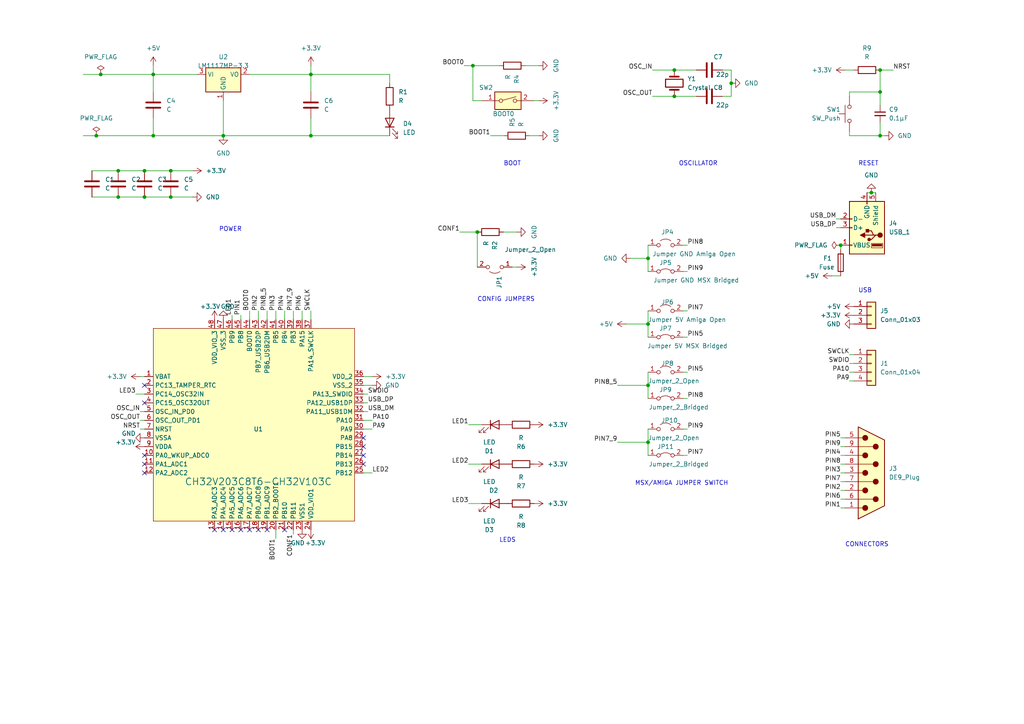
<source format=kicad_sch>
(kicad_sch (version 20230121) (generator eeschema)
  (paper "A4")
  (lib_symbols
    (symbol "CH32V203:CH32V203C8T6"
      (property "Reference" "U" (at 1.27 -1.27 0))
      (property "Value" "CH32V203C8T6" (at 29.21 26.67 0))
      (symbol "CH32V203C8T6_0_1"
        (rectangle (start 0 0) (end 58.42 55.88) (fill (type background)))
      )
      (symbol "CH32V203C8T6_1_1"
        (pin power_in line (at -2.54 41.91 0) (length 2.54) (name "VBAT") (number "1"))
        (pin bidirectional line (at -2.54 19.05 0) (length 2.54) (name "PA0_WKUP_ADC0") (number "10"))
        (pin bidirectional line (at -2.54 16.51 0) (length 2.54) (name "PA1_ADC1") (number "11"))
        (pin bidirectional line (at -2.54 13.97 0) (length 2.54) (name "PA2_ADC2") (number "12"))
        (pin bidirectional line (at 17.78 -2.54 90) (length 2.54) (name "PA3_ADC3") (number "13"))
        (pin bidirectional line (at 20.32 -2.54 90) (length 2.54) (name "PA4_ADC4") (number "14"))
        (pin bidirectional line (at 22.86 -2.54 90) (length 2.54) (name "PA5_ADC5") (number "15"))
        (pin bidirectional line (at 25.4 -2.54 90) (length 2.54) (name "PA6_ADC6") (number "16"))
        (pin bidirectional line (at 27.94 -2.54 90) (length 2.54) (name "PA7_ADC7") (number "17"))
        (pin bidirectional line (at 30.48 -2.54 90) (length 2.54) (name "PB0_ADC8") (number "18"))
        (pin bidirectional line (at 33.02 -2.54 90) (length 2.54) (name "PB1_ADC9") (number "19"))
        (pin bidirectional line (at -2.54 39.37 0) (length 2.54) (name "PC13_TAMPER_RTC") (number "2"))
        (pin bidirectional line (at 35.56 -2.54 90) (length 2.54) (name "PB2_BOOT1") (number "20"))
        (pin bidirectional line (at 38.1 -2.54 90) (length 2.54) (name "PB10") (number "21"))
        (pin bidirectional line (at 40.64 -2.54 90) (length 2.54) (name "PB11") (number "22"))
        (pin power_in line (at 43.18 -2.54 90) (length 2.54) (name "VSS1") (number "23"))
        (pin power_in line (at 45.72 -2.54 90) (length 2.54) (name "VDD_VIO1") (number "24"))
        (pin bidirectional line (at 60.96 13.97 180) (length 2.54) (name "PB12") (number "25"))
        (pin bidirectional line (at 60.96 16.51 180) (length 2.54) (name "PB13") (number "26"))
        (pin bidirectional line (at 60.96 19.05 180) (length 2.54) (name "PB14") (number "27"))
        (pin bidirectional line (at 60.96 21.59 180) (length 2.54) (name "PB15") (number "28"))
        (pin bidirectional line (at 60.96 24.13 180) (length 2.54) (name "PA8") (number "29"))
        (pin bidirectional line (at -2.54 36.83 0) (length 2.54) (name "PC14_OSC32IN") (number "3"))
        (pin bidirectional line (at 60.96 26.67 180) (length 2.54) (name "PA9") (number "30"))
        (pin bidirectional line (at 60.96 29.21 180) (length 2.54) (name "PA10") (number "31"))
        (pin bidirectional line (at 60.96 31.75 180) (length 2.54) (name "PA11_USB1DM") (number "32"))
        (pin bidirectional line (at 60.96 34.29 180) (length 2.54) (name "PA12_USB1DP") (number "33"))
        (pin bidirectional line (at 60.96 36.83 180) (length 2.54) (name "PA13_SWDIO") (number "34"))
        (pin power_in line (at 60.96 39.37 180) (length 2.54) (name "VSS_2") (number "35"))
        (pin power_in line (at 60.96 41.91 180) (length 2.54) (name "VDD_2") (number "36"))
        (pin bidirectional line (at 45.72 58.42 270) (length 2.54) (name "PA14_SWCLK") (number "37"))
        (pin bidirectional line (at 43.18 58.42 270) (length 2.54) (name "PA15") (number "38"))
        (pin bidirectional line (at 40.64 58.42 270) (length 2.54) (name "PB3") (number "39"))
        (pin bidirectional line (at -2.54 34.29 0) (length 2.54) (name "PC15_OSC32OUT") (number "4"))
        (pin bidirectional line (at 38.1 58.42 270) (length 2.54) (name "PB4") (number "40"))
        (pin bidirectional line (at 35.56 58.42 270) (length 2.54) (name "PB5") (number "41"))
        (pin bidirectional line (at 33.02 58.42 270) (length 2.54) (name "PB6_USB2DM") (number "42"))
        (pin bidirectional line (at 30.48 58.42 270) (length 2.54) (name "PB7_USB2DP") (number "43"))
        (pin bidirectional line (at 27.94 58.42 270) (length 2.54) (name "BOOT0") (number "44"))
        (pin bidirectional line (at 25.4 58.42 270) (length 2.54) (name "PB8") (number "45"))
        (pin bidirectional line (at 22.86 58.42 270) (length 2.54) (name "PB9") (number "46"))
        (pin power_in line (at 20.32 58.42 270) (length 2.54) (name "VSS_3") (number "47"))
        (pin power_in line (at 17.78 58.42 270) (length 2.54) (name "VDD_VIO_3") (number "48"))
        (pin bidirectional line (at -2.54 31.75 0) (length 2.54) (name "OSC_IN_PD0") (number "5"))
        (pin bidirectional line (at -2.54 29.21 0) (length 2.54) (name "OSC_OUT_PD1") (number "6"))
        (pin bidirectional line (at -2.54 26.67 0) (length 2.54) (name "NRST") (number "7"))
        (pin power_in line (at -2.54 24.13 0) (length 2.54) (name "VSSA") (number "8"))
        (pin power_in line (at -2.54 21.59 0) (length 2.54) (name "VDDA") (number "9"))
      )
    )
    (symbol "Connector:DE9_Plug" (pin_names (offset 1.016) hide)
      (property "Reference" "J" (at 0 13.97 0))
      (property "Value" "DE9_Plug" (at 0 -14.605 0))
      (symbol "DE9_Plug_0_1"
        (circle (center -1.778 -10.16) (radius 0.762) (fill (type outline)))
        (circle (center -1.778 -5.08) (radius 0.762) (fill (type outline)))
        (circle (center -1.778 0) (radius 0.762) (fill (type outline)))
        (circle (center -1.778 5.08) (radius 0.762) (fill (type outline)))
        (circle (center -1.778 10.16) (radius 0.762) (fill (type outline)))
        (polyline (pts (xy -3.81 -10.16) (xy -2.54 -10.16)))
        (polyline (pts (xy -3.81 -7.62) (xy 0.508 -7.62)))
        (polyline (pts (xy -3.81 -5.08) (xy -2.54 -5.08)))
        (polyline (pts (xy -3.81 -2.54) (xy 0.508 -2.54)))
        (polyline (pts (xy -3.81 0) (xy -2.54 0)))
        (polyline (pts (xy -3.81 2.54) (xy 0.508 2.54)))
        (polyline (pts (xy -3.81 5.08) (xy -2.54 5.08)))
        (polyline (pts (xy -3.81 7.62) (xy 0.508 7.62)))
        (polyline (pts (xy -3.81 10.16) (xy -2.54 10.16)))
        (polyline (pts (xy -3.81 -13.335) (xy -3.81 13.335) (xy 3.81 9.525) (xy 3.81 -9.525) (xy -3.81 -13.335)) (stroke (width 0.254)) (fill (type background)))
        (circle (center 1.27 -7.62) (radius 0.762) (fill (type outline)))
        (circle (center 1.27 -2.54) (radius 0.762) (fill (type outline)))
        (circle (center 1.27 2.54) (radius 0.762) (fill (type outline)))
        (circle (center 1.27 7.62) (radius 0.762) (fill (type outline)))
      )
      (symbol "DE9_Plug_1_1"
        (pin passive line (at -7.62 -10.16 0) (length 3.81) (name "1") (number "1"))
        (pin passive line (at -7.62 -5.08 0) (length 3.81) (name "2") (number "2"))
        (pin passive line (at -7.62 0 0) (length 3.81) (name "3") (number "3"))
        (pin passive line (at -7.62 5.08 0) (length 3.81) (name "4") (number "4"))
        (pin passive line (at -7.62 10.16 0) (length 3.81) (name "5") (number "5"))
        (pin passive line (at -7.62 -7.62 0) (length 3.81) (name "6") (number "6"))
        (pin passive line (at -7.62 -2.54 0) (length 3.81) (name "7") (number "7"))
        (pin passive line (at -7.62 2.54 0) (length 3.81) (name "8") (number "8"))
        (pin passive line (at -7.62 7.62 0) (length 3.81) (name "9") (number "9"))
      )
    )
    (symbol "Connector:USB_A" (pin_names (offset 1.016))
      (property "Reference" "J" (at -5.08 11.43 0))
      (property "Value" "USB_A" (at -5.08 8.89 0))
      (symbol "USB_A_0_1"
        (rectangle (start -5.08 -7.62) (end 5.08 7.62) (stroke (width 0.254)) (fill (type background)))
        (circle (center -3.81 2.159) (radius 0.635) (stroke (width 0.254)) (fill (type outline)))
        (rectangle (start -1.524 4.826) (end -4.318 5.334) (fill (type outline)))
        (rectangle (start -1.27 4.572) (end -4.572 5.842))
        (circle (center -0.635 3.429) (radius 0.381) (stroke (width 0.254)) (fill (type outline)))
        (rectangle (start -0.127 -7.62) (end 0.127 -6.858))
        (polyline (pts (xy -3.175 2.159) (xy -2.54 2.159) (xy -1.27 3.429) (xy -0.635 3.429)) (stroke (width 0.254)))
        (polyline (pts (xy -2.54 2.159) (xy -1.905 2.159) (xy -1.27 0.889) (xy 0 0.889)) (stroke (width 0.254)))
        (polyline (pts (xy 0.635 2.794) (xy 0.635 1.524) (xy 1.905 2.159) (xy 0.635 2.794)) (stroke (width 0.254)) (fill (type outline)))
        (rectangle (start 0.254 1.27) (end -0.508 0.508) (stroke (width 0.254)) (fill (type outline)))
        (rectangle (start 5.08 -2.667) (end 4.318 -2.413))
        (rectangle (start 5.08 -0.127) (end 4.318 0.127))
        (rectangle (start 5.08 4.953) (end 4.318 5.207))
      )
      (symbol "USB_A_1_1"
        (polyline (pts (xy -1.905 2.159) (xy 0.635 2.159)) (stroke (width 0.254)))
        (pin power_in line (at 7.62 5.08 180) (length 2.54) (name "VBUS") (number "1"))
        (pin bidirectional line (at 7.62 -2.54 180) (length 2.54) (name "D-") (number "2"))
        (pin bidirectional line (at 7.62 0 180) (length 2.54) (name "D+") (number "3"))
        (pin power_in line (at 0 -10.16 90) (length 2.54) (name "GND") (number "4"))
        (pin passive line (at -2.54 -10.16 90) (length 2.54) (name "Shield") (number "5"))
      )
    )
    (symbol "Connector_Generic:Conn_01x03" (pin_names (offset 1.016) hide)
      (property "Reference" "J" (at 0 5.08 0))
      (property "Value" "Conn_01x03" (at 0 -5.08 0))
      (symbol "Conn_01x03_1_1"
        (rectangle (start -1.27 -2.413) (end 0 -2.667) (stroke (width 0.1524)))
        (rectangle (start -1.27 0.127) (end 0 -0.127) (stroke (width 0.1524)))
        (rectangle (start -1.27 2.667) (end 0 2.413) (stroke (width 0.1524)))
        (rectangle (start -1.27 3.81) (end 1.27 -3.81) (stroke (width 0.254)) (fill (type background)))
        (pin passive line (at -5.08 2.54 0) (length 3.81) (name "Pin_1") (number "1"))
        (pin passive line (at -5.08 0 0) (length 3.81) (name "Pin_2") (number "2"))
        (pin passive line (at -5.08 -2.54 0) (length 3.81) (name "Pin_3") (number "3"))
      )
    )
    (symbol "Connector_Generic:Conn_01x04" (pin_names (offset 1.016) hide)
      (property "Reference" "J" (at 0 5.08 0))
      (property "Value" "Conn_01x04" (at 0 -7.62 0))
      (symbol "Conn_01x04_1_1"
        (rectangle (start -1.27 -4.953) (end 0 -5.207) (stroke (width 0.1524)))
        (rectangle (start -1.27 -2.413) (end 0 -2.667) (stroke (width 0.1524)))
        (rectangle (start -1.27 0.127) (end 0 -0.127) (stroke (width 0.1524)))
        (rectangle (start -1.27 2.667) (end 0 2.413) (stroke (width 0.1524)))
        (rectangle (start -1.27 3.81) (end 1.27 -6.35) (stroke (width 0.254)) (fill (type background)))
        (pin passive line (at -5.08 2.54 0) (length 3.81) (name "Pin_1") (number "1"))
        (pin passive line (at -5.08 0 0) (length 3.81) (name "Pin_2") (number "2"))
        (pin passive line (at -5.08 -2.54 0) (length 3.81) (name "Pin_3") (number "3"))
        (pin passive line (at -5.08 -5.08 0) (length 3.81) (name "Pin_4") (number "4"))
      )
    )
    (symbol "Device:C" (pin_numbers hide) (pin_names (offset 0.254))
      (property "Reference" "C" (at 0.635 2.54 0))
      (property "Value" "C" (at 0.635 -2.54 0))
      (symbol "C_0_1"
        (polyline (pts (xy -2.032 -0.762) (xy 2.032 -0.762)) (stroke (width 0.508)))
        (polyline (pts (xy -2.032 0.762) (xy 2.032 0.762)) (stroke (width 0.508)))
      )
      (symbol "C_1_1"
        (pin passive line (at 0 3.81 270) (length 2.794) (name "~") (number "1"))
        (pin passive line (at 0 -3.81 90) (length 2.794) (name "~") (number "2"))
      )
    )
    (symbol "Device:C_Small" (pin_numbers hide) (pin_names (offset 0.254) hide)
      (property "Reference" "C" (at 0.254 1.778 0))
      (property "Value" "C_Small" (at 0.254 -2.032 0))
      (symbol "C_Small_0_1"
        (polyline (pts (xy -1.524 -0.508) (xy 1.524 -0.508)) (stroke (width 0.3302)))
        (polyline (pts (xy -1.524 0.508) (xy 1.524 0.508)) (stroke (width 0.3048)))
      )
      (symbol "C_Small_1_1"
        (pin passive line (at 0 2.54 270) (length 2.032) (name "~") (number "1"))
        (pin passive line (at 0 -2.54 90) (length 2.032) (name "~") (number "2"))
      )
    )
    (symbol "Device:Crystal" (pin_numbers hide) (pin_names (offset 1.016) hide)
      (property "Reference" "Y" (at 0 3.81 0))
      (property "Value" "Crystal" (at 0 -3.81 0))
      (symbol "Crystal_0_1"
        (rectangle (start -1.143 2.54) (end 1.143 -2.54) (stroke (width 0.3048)))
        (polyline (pts (xy -2.54 0) (xy -1.905 0)))
        (polyline (pts (xy -1.905 -1.27) (xy -1.905 1.27)) (stroke (width 0.508)))
        (polyline (pts (xy 1.905 -1.27) (xy 1.905 1.27)) (stroke (width 0.508)))
        (polyline (pts (xy 2.54 0) (xy 1.905 0)))
      )
      (symbol "Crystal_1_1"
        (pin passive line (at -3.81 0 0) (length 1.27) (name "1") (number "1"))
        (pin passive line (at 3.81 0 180) (length 1.27) (name "2") (number "2"))
      )
    )
    (symbol "Device:Fuse" (pin_numbers hide) (pin_names (offset 0))
      (property "Reference" "F" (at 2.032 0 90))
      (property "Value" "Fuse" (at -1.905 0 90))
      (symbol "Fuse_0_1"
        (rectangle (start -0.762 -2.54) (end 0.762 2.54) (stroke (width 0.254)))
        (polyline (pts (xy 0 2.54) (xy 0 -2.54)))
      )
      (symbol "Fuse_1_1"
        (pin passive line (at 0 3.81 270) (length 1.27) (name "~") (number "1"))
        (pin passive line (at 0 -3.81 90) (length 1.27) (name "~") (number "2"))
      )
    )
    (symbol "Device:LED" (pin_numbers hide) (pin_names (offset 1.016) hide)
      (property "Reference" "D" (at 0 2.54 0))
      (property "Value" "LED" (at 0 -2.54 0))
      (symbol "LED_0_1"
        (polyline (pts (xy -1.27 -1.27) (xy -1.27 1.27)) (stroke (width 0.254)))
        (polyline (pts (xy -1.27 0) (xy 1.27 0)))
        (polyline (pts (xy 1.27 -1.27) (xy 1.27 1.27) (xy -1.27 0) (xy 1.27 -1.27)) (stroke (width 0.254)))
        (polyline (pts (xy -3.048 -0.762) (xy -4.572 -2.286) (xy -3.81 -2.286) (xy -4.572 -2.286) (xy -4.572 -1.524)))
        (polyline (pts (xy -1.778 -0.762) (xy -3.302 -2.286) (xy -2.54 -2.286) (xy -3.302 -2.286) (xy -3.302 -1.524)))
      )
      (symbol "LED_1_1"
        (pin passive line (at -3.81 0 0) (length 2.54) (name "K") (number "1"))
        (pin passive line (at 3.81 0 180) (length 2.54) (name "A") (number "2"))
      )
    )
    (symbol "Device:R" (pin_numbers hide) (pin_names (offset 0))
      (property "Reference" "R" (at 2.032 0 90))
      (property "Value" "R" (at 0 0 90))
      (symbol "R_0_1"
        (rectangle (start -1.016 -2.54) (end 1.016 2.54) (stroke (width 0.254)))
      )
      (symbol "R_1_1"
        (pin passive line (at 0 3.81 270) (length 1.27) (name "~") (number "1"))
        (pin passive line (at 0 -3.81 90) (length 1.27) (name "~") (number "2"))
      )
    )
    (symbol "Jumper:Jumper_2_Bridged" (pin_names (offset 0) hide)
      (property "Reference" "JP" (at 0 1.905 0))
      (property "Value" "Jumper_2_Bridged" (at 0 -2.54 0))
      (symbol "Jumper_2_Bridged_0_0"
        (circle (center -2.032 0) (radius 0.508))
        (circle (center 2.032 0) (radius 0.508))
      )
      (symbol "Jumper_2_Bridged_0_1"
        (arc (start 1.524 0.254) (mid 0 0.762) (end -1.524 0.254))
      )
      (symbol "Jumper_2_Bridged_1_1"
        (pin passive line (at -5.08 0 0) (length 2.54) (name "A") (number "1"))
        (pin passive line (at 5.08 0 180) (length 2.54) (name "B") (number "2"))
      )
    )
    (symbol "Jumper:Jumper_2_Open" (pin_names (offset 0) hide)
      (property "Reference" "JP" (at 0 2.794 0))
      (property "Value" "Jumper_2_Open" (at 0 -2.286 0))
      (symbol "Jumper_2_Open_0_0"
        (circle (center -2.032 0) (radius 0.508))
        (circle (center 2.032 0) (radius 0.508))
      )
      (symbol "Jumper_2_Open_0_1"
        (arc (start 1.524 1.27) (mid 0 1.778) (end -1.524 1.27))
      )
      (symbol "Jumper_2_Open_1_1"
        (pin passive line (at -5.08 0 0) (length 2.54) (name "A") (number "1"))
        (pin passive line (at 5.08 0 180) (length 2.54) (name "B") (number "2"))
      )
    )
    (symbol "Regulator_Linear:LM1117MP-3.3"
      (property "Reference" "U" (at -3.81 3.175 0))
      (property "Value" "LM1117MP-3.3" (at 0 3.175 0))
      (symbol "LM1117MP-3.3_0_1"
        (rectangle (start -5.08 -5.08) (end 5.08 1.905) (stroke (width 0.254)) (fill (type background)))
      )
      (symbol "LM1117MP-3.3_1_1"
        (pin power_in line (at 0 -7.62 90) (length 2.54) (name "GND") (number "1"))
        (pin power_out line (at 7.62 0 180) (length 2.54) (name "VO") (number "2"))
        (pin power_in line (at -7.62 0 0) (length 2.54) (name "VI") (number "3"))
      )
    )
    (symbol "Switch:SW_DIP_x01" (pin_names (offset 0) hide)
      (property "Reference" "SW" (at 0 3.81 0))
      (property "Value" "SW_DIP_x01" (at 0 -3.81 0))
      (symbol "SW_DIP_x01_0_0"
        (circle (center -2.032 0) (radius 0.508))
        (polyline (pts (xy -1.524 0.127) (xy 2.3622 1.1684)))
        (circle (center 2.032 0) (radius 0.508))
      )
      (symbol "SW_DIP_x01_0_1"
        (rectangle (start -3.81 2.54) (end 3.81 -2.54) (stroke (width 0.254)) (fill (type background)))
      )
      (symbol "SW_DIP_x01_1_1"
        (pin passive line (at -7.62 0 0) (length 5.08) (name "~") (number "1"))
        (pin passive line (at 7.62 0 180) (length 5.08) (name "~") (number "2"))
      )
    )
    (symbol "Switch:SW_Push" (pin_numbers hide) (pin_names (offset 1.016) hide)
      (property "Reference" "SW" (at 1.27 2.54 0))
      (property "Value" "SW_Push" (at 0 -1.524 0))
      (symbol "SW_Push_0_1"
        (circle (center -2.032 0) (radius 0.508))
        (polyline (pts (xy 0 1.27) (xy 0 3.048)))
        (polyline (pts (xy 2.54 1.27) (xy -2.54 1.27)))
        (circle (center 2.032 0) (radius 0.508))
        (pin passive line (at -5.08 0 0) (length 2.54) (name "1") (number "1"))
        (pin passive line (at 5.08 0 180) (length 2.54) (name "2") (number "2"))
      )
    )
    (symbol "power:+3.3V" (power) (pin_names (offset 0))
      (property "Value" "+3.3V" (at 0 3.556 0))
      (symbol "+3.3V_0_1"
        (polyline (pts (xy -0.762 1.27) (xy 0 2.54)))
        (polyline (pts (xy 0 0) (xy 0 2.54)))
        (polyline (pts (xy 0 2.54) (xy 0.762 1.27)))
      )
      (symbol "+3.3V_1_1"
        (pin power_in line (at 0 0 90) (length 0) hide (name "+3.3V") (number "1"))
      )
    )
    (symbol "power:+5V" (power) (pin_names (offset 0))
      (property "Value" "+5V" (at 0 3.556 0))
      (symbol "+5V_0_1"
        (polyline (pts (xy -0.762 1.27) (xy 0 2.54)))
        (polyline (pts (xy 0 0) (xy 0 2.54)))
        (polyline (pts (xy 0 2.54) (xy 0.762 1.27)))
      )
      (symbol "+5V_1_1"
        (pin power_in line (at 0 0 90) (length 0) hide (name "+5V") (number "1"))
      )
    )
    (symbol "power:GND" (power) (pin_names (offset 0))
      (property "Value" "GND" (at 0 -3.81 0))
      (symbol "GND_0_1"
        (polyline (pts (xy 0 0) (xy 0 -1.27) (xy 1.27 -1.27) (xy 0 -2.54) (xy -1.27 -1.27) (xy 0 -1.27)))
      )
      (symbol "GND_1_1"
        (pin power_in line (at 0 0 270) (length 0) hide (name "GND") (number "1"))
      )
    )
    (symbol "power:PWR_FLAG" (power) (pin_numbers hide) (pin_names (offset 0) hide)
      (property "Value" "PWR_FLAG" (at 0 3.81 0))
      (symbol "PWR_FLAG_0_0"
        (pin power_out line (at 0 0 90) (length 0) (name "pwr") (number "1"))
      )
      (symbol "PWR_FLAG_0_1"
        (polyline (pts (xy 0 0) (xy 0 1.27) (xy -1.016 1.905) (xy 0 2.54) (xy 1.016 1.905) (xy 0 1.27)))
      )
    )
  )
  (junction (at 44.45 21.59))
  (junction (at 187.96 74.93))
  (junction (at 90.17 21.59))
  (junction (at 90.17 39.37))
  (junction (at 138.43 67.31))
  (junction (at 243.84 71.12))
  (junction (at 49.53 57.15))
  (junction (at 195.58 20.32))
  (junction (at 41.91 49.53))
  (junction (at 137.16 19.05))
  (junction (at 255.27 39.37))
  (junction (at 255.27 26.67))
  (junction (at 255.27 20.32))
  (junction (at 187.96 128.27))
  (junction (at 212.09 24.13))
  (junction (at 34.29 57.15))
  (junction (at 195.58 27.94))
  (junction (at 187.96 111.76))
  (junction (at 44.45 39.37))
  (junction (at 64.77 39.37))
  (junction (at 29.21 21.59))
  (junction (at 49.53 49.53))
  (junction (at 41.91 57.15))
  (junction (at 252.73 55.88))
  (junction (at 27.94 39.37))
  (junction (at 187.96 93.98))
  (junction (at 34.29 49.53))
  (no_connect (at 105.41 127))
  (no_connect (at 105.41 129.54))
  (no_connect (at 41.91 111.76))
  (no_connect (at 62.23 153.67))
  (no_connect (at 41.91 116.84))
  (no_connect (at 105.41 134.62))
  (no_connect (at 72.39 153.67))
  (no_connect (at 41.91 134.62))
  (no_connect (at 41.91 132.08))
  (no_connect (at 82.55 153.67))
  (no_connect (at 77.47 153.67))
  (no_connect (at 74.93 153.67))
  (no_connect (at 69.85 153.67))
  (no_connect (at 67.31 153.67))
  (no_connect (at 41.91 137.16))
  (no_connect (at 64.77 153.67))
  (no_connect (at 105.41 132.08))
  (wire (pts (xy 243.84 147.32) (xy 245.11 147.32)))
  (wire (pts (xy 246.38 107.95) (xy 247.65 107.95)))
  (wire (pts (xy 246.38 102.87) (xy 247.65 102.87)))
  (wire (pts (xy 87.63 90.17) (xy 87.63 92.71)))
  (wire (pts (xy 44.45 39.37) (xy 27.94 39.37)) (stroke (width 0.1524)))
  (wire (pts (xy 49.53 57.15) (xy 55.88 57.15)))
  (wire (pts (xy 254 55.88) (xy 252.73 55.88)))
  (wire (pts (xy 67.31 91.44) (xy 67.31 92.71)))
  (wire (pts (xy 40.64 121.92) (xy 41.91 121.92)))
  (wire (pts (xy 26.67 49.53) (xy 34.29 49.53)))
  (wire (pts (xy 41.91 49.53) (xy 49.53 49.53)))
  (wire (pts (xy 113.03 21.59) (xy 113.03 24.13)) (stroke (width 0.1524)))
  (wire (pts (xy 243.84 127) (xy 245.11 127)))
  (wire (pts (xy 40.64 109.22) (xy 41.91 109.22)))
  (wire (pts (xy 77.47 90.17) (xy 77.47 92.71)))
  (wire (pts (xy 149.86 67.31) (xy 146.05 67.31)))
  (wire (pts (xy 199.39 20.32) (xy 201.93 20.32)) (stroke (width 0.1524)))
  (wire (pts (xy 195.58 27.94) (xy 201.93 27.94)) (stroke (width 0.1524)))
  (wire (pts (xy 90.17 39.37) (xy 113.03 39.37)) (stroke (width 0.1524)))
  (wire (pts (xy 41.91 57.15) (xy 49.53 57.15)))
  (wire (pts (xy 198.12 97.79) (xy 199.39 97.79)))
  (wire (pts (xy 246.38 26.67) (xy 255.27 26.67)))
  (wire (pts (xy 212.09 20.32) (xy 212.09 24.13)) (stroke (width 0.1524)))
  (wire (pts (xy 212.09 24.13) (xy 212.09 27.94)) (stroke (width 0.1524)))
  (wire (pts (xy 41.91 119.38) (xy 40.64 119.38)))
  (wire (pts (xy 90.17 19.05) (xy 90.17 21.59)))
  (wire (pts (xy 242.57 66.04) (xy 243.84 66.04)))
  (wire (pts (xy 187.96 124.46) (xy 187.96 128.27)))
  (wire (pts (xy 255.27 20.32) (xy 259.08 20.32)))
  (wire (pts (xy 40.64 124.46) (xy 41.91 124.46)))
  (wire (pts (xy 187.96 111.76) (xy 187.96 115.57)))
  (wire (pts (xy 187.96 74.93) (xy 187.96 78.74)))
  (wire (pts (xy 198.12 90.17) (xy 199.39 90.17)))
  (wire (pts (xy 105.41 137.16) (xy 107.95 137.16)))
  (wire (pts (xy 187.96 128.27) (xy 187.96 132.08)))
  (wire (pts (xy 64.77 39.37) (xy 44.45 39.37)) (stroke (width 0.1524)))
  (wire (pts (xy 255.27 26.67) (xy 255.27 30.48)))
  (wire (pts (xy 198.12 115.57) (xy 199.39 115.57)))
  (wire (pts (xy 105.41 116.84) (xy 106.68 116.84)))
  (wire (pts (xy 187.96 90.17) (xy 187.96 93.98)))
  (wire (pts (xy 105.41 111.76) (xy 107.95 111.76)))
  (wire (pts (xy 209.55 20.32) (xy 212.09 20.32)) (stroke (width 0.1524)))
  (wire (pts (xy 135.89 146.05) (xy 139.7 146.05)))
  (wire (pts (xy 26.67 57.15) (xy 34.29 57.15)))
  (wire (pts (xy 80.01 153.67) (xy 80.01 156.21)))
  (wire (pts (xy 156.21 19.05) (xy 152.4 19.05)))
  (wire (pts (xy 187.96 71.12) (xy 187.96 74.93)))
  (wire (pts (xy 242.57 63.5) (xy 243.84 63.5)))
  (wire (pts (xy 212.09 27.94) (xy 209.55 27.94)) (stroke (width 0.1524)))
  (wire (pts (xy 195.58 20.32) (xy 199.39 20.32)))
  (wire (pts (xy 80.01 90.17) (xy 80.01 92.71)))
  (wire (pts (xy 72.39 90.17) (xy 72.39 92.71)))
  (wire (pts (xy 243.84 142.24) (xy 245.11 142.24)))
  (wire (pts (xy 138.43 67.31) (xy 138.43 77.47)))
  (wire (pts (xy 135.89 123.19) (xy 139.7 123.19)))
  (wire (pts (xy 137.16 29.21) (xy 139.7 29.21)))
  (wire (pts (xy 85.09 90.17) (xy 85.09 92.71)))
  (wire (pts (xy 44.45 21.59) (xy 29.21 21.59)) (stroke (width 0.1524)))
  (wire (pts (xy 137.16 19.05) (xy 144.78 19.05)))
  (wire (pts (xy 198.12 107.95) (xy 199.39 107.95)))
  (wire (pts (xy 105.41 121.92) (xy 107.95 121.92)))
  (wire (pts (xy 153.67 39.37) (xy 156.21 39.37)))
  (wire (pts (xy 135.89 134.62) (xy 139.7 134.62)))
  (wire (pts (xy 105.41 109.22) (xy 107.95 109.22)))
  (wire (pts (xy 179.07 111.76) (xy 187.96 111.76)))
  (wire (pts (xy 187.96 93.98) (xy 187.96 97.79)))
  (wire (pts (xy 64.77 39.37) (xy 64.77 29.21)) (stroke (width 0.1524)))
  (wire (pts (xy 243.84 80.01) (xy 241.3 80.01)))
  (wire (pts (xy 44.45 19.05) (xy 44.45 21.59)))
  (wire (pts (xy 181.61 93.98) (xy 187.96 93.98)))
  (wire (pts (xy 69.85 91.44) (xy 69.85 92.71)))
  (wire (pts (xy 72.39 21.59) (xy 90.17 21.59)))
  (wire (pts (xy 44.45 21.59) (xy 44.45 26.67)) (stroke (width 0.1524)))
  (wire (pts (xy 198.12 71.12) (xy 199.39 71.12)))
  (wire (pts (xy 245.11 20.32) (xy 247.65 20.32)))
  (wire (pts (xy 243.84 144.78) (xy 245.11 144.78)))
  (wire (pts (xy 179.07 128.27) (xy 187.96 128.27)))
  (wire (pts (xy 156.21 29.21) (xy 154.94 29.21)))
  (wire (pts (xy 246.38 105.41) (xy 247.65 105.41)))
  (wire (pts (xy 49.53 49.53) (xy 55.88 49.53)))
  (wire (pts (xy 246.38 110.49) (xy 247.65 110.49)))
  (wire (pts (xy 44.45 34.29) (xy 44.45 39.37)) (stroke (width 0.1524)))
  (wire (pts (xy 105.41 124.46) (xy 107.95 124.46)))
  (wire (pts (xy 149.86 77.47) (xy 148.59 77.47)))
  (wire (pts (xy 187.96 107.95) (xy 187.96 111.76)))
  (wire (pts (xy 243.84 132.08) (xy 245.11 132.08)))
  (wire (pts (xy 255.27 20.32) (xy 255.27 26.67)))
  (wire (pts (xy 90.17 21.59) (xy 90.17 26.67)) (stroke (width 0.1524)))
  (wire (pts (xy 85.09 153.67) (xy 85.09 154.94)))
  (wire (pts (xy 243.84 137.16) (xy 245.11 137.16)))
  (wire (pts (xy 90.17 34.29) (xy 90.17 39.37)) (stroke (width 0.1524)))
  (wire (pts (xy 243.84 72.39) (xy 243.84 71.12)))
  (wire (pts (xy 105.41 114.3) (xy 106.68 114.3)))
  (wire (pts (xy 198.12 132.08) (xy 199.39 132.08)))
  (wire (pts (xy 142.24 39.37) (xy 146.05 39.37)))
  (wire (pts (xy 252.73 55.88) (xy 251.46 55.88)))
  (wire (pts (xy 39.37 114.3) (xy 41.91 114.3)))
  (wire (pts (xy 34.29 49.53) (xy 41.91 49.53)))
  (wire (pts (xy 243.84 139.7) (xy 245.11 139.7)))
  (wire (pts (xy 34.29 57.15) (xy 41.91 57.15)))
  (wire (pts (xy 137.16 19.05) (xy 137.16 29.21)))
  (wire (pts (xy 189.23 20.32) (xy 195.58 20.32)))
  (wire (pts (xy 198.12 78.74) (xy 199.39 78.74)))
  (wire (pts (xy 189.23 27.94) (xy 195.58 27.94)) (stroke (width 0.1524)))
  (wire (pts (xy 243.84 129.54) (xy 245.11 129.54)))
  (wire (pts (xy 29.21 21.59) (xy 24.13 21.59)) (stroke (width 0.1524)))
  (wire (pts (xy 182.88 74.93) (xy 187.96 74.93)))
  (wire (pts (xy 255.27 35.56) (xy 255.27 39.37)))
  (wire (pts (xy 246.38 38.1) (xy 246.38 39.37)))
  (wire (pts (xy 105.41 119.38) (xy 106.68 119.38)))
  (wire (pts (xy 90.17 21.59) (xy 113.03 21.59)) (stroke (width 0.1524)))
  (wire (pts (xy 246.38 39.37) (xy 255.27 39.37)))
  (wire (pts (xy 256.54 39.37) (xy 255.27 39.37)))
  (wire (pts (xy 57.15 21.59) (xy 44.45 21.59)) (stroke (width 0.1524)))
  (wire (pts (xy 74.93 90.17) (xy 74.93 92.71)))
  (wire (pts (xy 82.55 90.17) (xy 82.55 92.71)))
  (wire (pts (xy 90.17 90.17) (xy 90.17 92.71)))
  (wire (pts (xy 134.62 19.05) (xy 137.16 19.05)))
  (wire (pts (xy 64.77 39.37) (xy 90.17 39.37)) (stroke (width 0.1524)))
  (wire (pts (xy 27.94 39.37) (xy 24.13 39.37)) (stroke (width 0.1524)))
  (wire (pts (xy 133.35 67.31) (xy 138.43 67.31)))
  (wire (pts (xy 246.38 27.94) (xy 246.38 26.67)))
  (wire (pts (xy 243.84 134.62) (xy 245.11 134.62)))
  (wire (pts (xy 198.12 124.46) (xy 199.39 124.46)))
  (text "CONNECTORS\n" (at 245.11 158.75 0) (effects (font (size 1.27 1.27)) (justify left bottom)))
  (text "CONFIG JUMPERS\n" (at 138.43 87.63 0) (effects (font (size 1.27 1.27)) (justify left bottom)))
  (text "OSCILLATOR\n" (at 196.85 48.26 0) (effects (font (size 1.27 1.27)) (justify left bottom)))
  (text "LEDS\n" (at 144.78 157.48 0) (effects (font (size 1.27 1.27)) (justify left bottom)))
  (text "MSX/AMIGA JUMPER SWITCH\n" (at 184.15 140.97 0) (effects (font (size 1.27 1.27)) (justify left bottom)))
  (text "USB\n" (at 248.92 85.09 0) (effects (font (size 1.27 1.27)) (justify left bottom)))
  (text "BOOT\n" (at 146.05 48.26 0) (effects (font (size 1.27 1.27)) (justify left bottom)))
  (text "POWER\n" (at 63.5 67.31 0) (effects (font (size 1.27 1.27)) (justify left bottom)))
  (text "RESET" (at 248.92 48.26 0) (effects (font (size 1.27 1.27)) (justify left bottom)))
  (label "PIN9" (at 199.39 124.46 0))
  (label "PIN8" (at 199.39 71.12 0))
  (label "LED3" (at 135.89 146.05 180))
  (label "PIN7" (at 199.39 132.08 0))
  (label "LED1" (at 135.89 123.19 180))
  (label "BOOT0" (at 134.62 19.05 180))
  (label "PIN8_5" (at 77.47 90.17 90))
  (label "PIN1" (at 69.85 91.44 90))
  (label "PIN2" (at 243.84 142.24 180))
  (label "PA10" (at 107.95 121.92 0))
  (label "PIN7" (at 243.84 139.7 180))
  (label "PIN1" (at 243.84 147.32 180))
  (label "OSC_OUT" (at 40.64 121.92 180))
  (label "USB_DM" (at 242.57 63.5 180))
  (label "PIN2" (at 74.93 90.17 90))
  (label "PIN7_9" (at 179.07 128.27 180))
  (label "PIN4" (at 82.55 90.17 90))
  (label "LED2" (at 107.95 137.16 0))
  (label "BOOT1" (at 142.24 39.37 180))
  (label "USB_DP" (at 242.57 66.04 180))
  (label "SWCLK" (at 90.17 90.17 90))
  (label "PIN8" (at 199.39 115.57 0))
  (label "PIN8_5" (at 179.07 111.76 180))
  (label "PA10" (at 246.38 107.95 180))
  (label "PIN5" (at 199.39 107.95 0))
  (label "PA9" (at 246.38 110.49 180))
  (label "SWDIO" (at 106.68 114.3 0))
  (label "OSC_IN" (at 189.23 20.32 180))
  (label "PIN3" (at 243.84 137.16 180))
  (label "OSC_OUT" (at 189.23 27.94 180))
  (label "LED2" (at 135.89 134.62 180))
  (label "LED1" (at 67.31 91.44 90))
  (label "PIN8" (at 243.84 134.62 180))
  (label "PIN9" (at 199.39 78.74 0))
  (label "PIN7" (at 199.39 90.17 0))
  (label "LED3" (at 39.37 114.3 180))
  (label "SWCLK" (at 246.38 102.87 180))
  (label "PIN9" (at 243.84 129.54 180))
  (label "CONF1" (at 85.09 154.94 270))
  (label "USB_DM" (at 106.68 119.38 0))
  (label "NRST" (at 259.08 20.32 0))
  (label "PIN6" (at 87.63 90.17 90))
  (label "OSC_IN" (at 40.64 119.38 180))
  (label "PIN3" (at 80.01 90.17 90))
  (label "USB_DP" (at 106.68 116.84 0))
  (label "BOOT1" (at 80.01 156.21 270))
  (label "SWDIO" (at 246.38 105.41 180))
  (label "PIN6" (at 243.84 144.78 180))
  (label "PIN5" (at 199.39 97.79 0))
  (label "PIN4" (at 243.84 132.08 180))
  (label "PIN5" (at 243.84 127 180))
  (label "PA9" (at 107.95 124.46 0))
  (label "BOOT0" (at 72.39 90.17 90))
  (label "PIN7_9" (at 85.09 90.17 90))
  (label "CONF1" (at 133.35 67.31 180))
  (label "NRST" (at 40.64 124.46 180))
  (symbol (lib_id "Device:C") (at 41.91 53.34 0) (unit 1)
    (property "Reference" "C3" (at 45.72 52.07 0) (effects (justify left)))
    (property "Value" "C" (at 45.72 54.61 0) (effects (justify left)))
    (property "Footprint" "Capacitor_SMD:C_0805_2012Metric_Pad1.18x1.45mm_HandSolder" (effects hide))
  )
  (symbol (lib_id "power:GND") (at 182.88 74.93 270) (unit 1)
    (property "Reference" "#PWR022" (effects hide))
    (property "Value" "GND" (at 179.07 74.93 90) (effects (justify right)))
  )
  (symbol (lib_id "power:+5V") (at 241.3 80.01 90) (unit 1)
    (property "Reference" "#PWR014" (effects hide))
    (property "Value" "+5V" (at 237.49 80.01 90) (effects (justify left)))
  )
  (symbol (lib_id "Device:LED") (at 143.51 134.62 0) (unit 1)
    (property "Reference" "D2" (at 143.1925 142.24 0))
    (property "Value" "LED" (at 141.9225 139.7 0))
    (property "Footprint" "LED_SMD:LED_0805_2012Metric_Pad1.15x1.40mm_HandSolder" (effects hide))
  )
  (symbol (lib_id "power:GND") (at 212.09 24.13 90) (unit 1)
    (property "Reference" "#PWR031" (effects hide))
    (property "Value" "GND" (at 215.9 24.13 90) (effects (justify right)))
  )
  (symbol (lib_id "Device:C") (at 205.74 27.94 90) (unit 1)
    (property "Reference" "C8" (at 208.28 25.4 90))
    (property "Value" "22p" (at 209.55 30.48 90))
    (property "Footprint" "Capacitor_SMD:C_0805_2012Metric_Pad1.18x1.45mm_HandSolder" (effects hide))
  )
  (symbol (lib_id "power:+5V") (at 181.61 93.98 90) (unit 1)
    (property "Reference" "#PWR023" (effects hide))
    (property "Value" "+5V" (at 177.8 93.98 90) (effects (justify left)))
  )
  (symbol (lib_id "power:+3.3V") (at 245.11 20.32 90) (unit 1)
    (property "Reference" "#PWR012" (effects hide))
    (property "Value" "+3.3V" (at 241.3 20.32 90) (effects (justify left)))
  )
  (symbol (lib_id "Jumper:Jumper_2_Open") (at 193.04 124.46 0) (unit 1)
    (property "Reference" "JP10" (at 191.77 121.92 0) (effects (justify left)))
    (property "Value" "Jumper_2_Open" (at 187.96 127 0) (effects (justify left)))
    (property "Footprint" "Jumper:SolderJumper-2_P1.3mm_Open_RoundedPad1.0x1.5mm" (effects hide))
  )
  (symbol (lib_id "power:GND") (at 64.77 92.71 180) (unit 1)
    (property "Reference" "#PWR010" (effects hide))
    (property "Value" "GND" (at 66.04 88.9 0))
  )
  (symbol (lib_id "power:+3.3V") (at 55.88 49.53 270) (unit 1)
    (property "Reference" "#PWR05" (effects hide))
    (property "Value" "+3.3V" (at 59.69 49.53 90) (effects (justify left)))
  )
  (symbol (lib_id "power:+5V") (at 247.65 88.9 90) (unit 1)
    (property "Reference" "#PWR033" (effects hide))
    (property "Value" "+5V" (at 243.84 88.9 90) (effects (justify left)))
  )
  (symbol (lib_id "power:+3.3V") (at 149.86 77.47 270) (unit 1)
    (property "Reference" "#PWR029" (effects hide))
    (property "Value" "+3.3V" (at 154.94 77.47 0))
  )
  (symbol (lib_id "Jumper:Jumper_2_Bridged") (at 193.04 115.57 0) (unit 1)
    (property "Reference" "JP9" (at 193.04 113.03 0))
    (property "Value" "Jumper_2_Bridged" (at 196.85 118.11 0))
    (property "Footprint" "Jumper:SolderJumper-2_P1.3mm_Bridged_RoundedPad1.0x1.5mm" (effects hide))
  )
  (symbol (lib_id "power:GND") (at 247.65 93.98 270) (unit 1)
    (property "Reference" "#PWR034" (effects hide))
    (property "Value" "GND" (at 243.84 93.98 90) (effects (justify right)))
  )
  (symbol (lib_id "Connector_Generic:Conn_01x04") (at 252.73 105.41 0) (unit 1)
    (property "Reference" "J1" (at 255.27 105.41 0) (effects (justify left)))
    (property "Value" "Conn_01x04" (at 255.27 107.95 0) (effects (justify left)))
    (property "Footprint" "Connector_PinHeader_2.54mm:PinHeader_1x04_P2.54mm_Vertical" (effects hide))
  )
  (symbol (lib_id "Jumper:Jumper_2_Open") (at 193.04 71.12 0) (unit 1)
    (property "Reference" "JP4" (at 191.77 67.31 0) (effects (justify left)))
    (property "Value" "Jumper GND Amiga Open" (at 189.23 73.66 0) (effects (justify left)))
    (property "Footprint" "Jumper:SolderJumper-2_P1.3mm_Open_RoundedPad1.0x1.5mm" (effects hide))
  )
  (symbol (lib_id "Device:Fuse") (at 243.84 76.2 0) (unit 1)
    (property "Reference" "F1" (at 238.76 74.93 0) (effects (justify left)))
    (property "Value" "Fuse" (at 237.49 77.47 0) (effects (justify left)))
    (property "Footprint" "Fuse:Fuse_1206_3216Metric_Pad1.42x1.75mm_HandSolder" (effects hide))
  )
  (symbol (lib_id "power:+3.3V") (at 41.91 129.54 90) (unit 1)
    (property "Reference" "#PWR018" (effects hide))
    (property "Value" "+3.3V" (at 39.37 128.27 90) (effects (justify left)))
  )
  (symbol (lib_id "Device:R") (at 142.24 67.31 270) (unit 1)
    (property "Reference" "R2" (at 143.51 69.85 0) (effects (justify left)))
    (property "Value" "R" (at 140.97 69.85 0) (effects (justify left)))
    (property "Footprint" "Resistor_SMD:R_0805_2012Metric_Pad1.20x1.40mm_HandSolder" (effects hide))
  )
  (symbol (lib_id "Device:C_Small") (at 255.27 33.02 0) (unit 1)
    (property "Reference" "C9" (at 257.81 31.75 0) (effects (justify left)))
    (property "Value" "0.1μF" (at 257.81 34.29 0) (effects (justify left)))
    (property "Footprint" "Capacitor_SMD:C_0603_1608Metric" (effects hide))
    (property "LCSC" "C14663" (effects hide))
  )
  (symbol (lib_id "power:+3.3V") (at 90.17 19.05 0) (unit 1)
    (property "Reference" "#PWR04" (effects hide))
    (property "Value" "+3.3V" (at 90.17 13.97 0))
  )
  (symbol (lib_id "Regulator_Linear:LM1117MP-3.3") (at 64.77 21.59 0) (unit 1)
    (property "Reference" "U2" (at 64.77 16.51 0))
    (property "Value" "LM1117MP-3.3" (at 64.77 19.05 0))
    (property "Footprint" "Package_TO_SOT_SMD:SOT-223-3_TabPin2" (effects hide))
    (property "Datasheet" "http://www.ti.com/lit/ds/symlink/lm1117.pdf" (effects hide))
  )
  (symbol (lib_id "CH32V203:CH32V203C8T6") (at 44.45 151.13 0) (unit 1)
    (property "Reference" "U1" (at 74.93 124.46 0))
    (property "Value" "CH32V203C8T6-CH32V103C" (at 74.93 139.7 0) (effects (font (size 2 2))))
    (property "Footprint" "CH32V203:CH32V203C8T6_LQFP-48_7x7mm_P0.5mm" (effects hide))
  )
  (symbol (lib_id "Device:C") (at 90.17 30.48 0) (unit 1)
    (property "Reference" "C6" (at 93.98 29.21 0) (effects (justify left)))
    (property "Value" "C" (at 93.98 31.75 0) (effects (justify left)))
    (property "Footprint" "Capacitor_SMD:C_0805_2012Metric_Pad1.18x1.45mm_HandSolder" (effects hide))
  )
  (symbol (lib_id "power:+3.3V") (at 154.94 134.62 270) (unit 1)
    (property "Reference" "#PWR025" (effects hide))
    (property "Value" "+3.3V" (at 158.75 134.62 90) (effects (justify left)))
  )
  (symbol (lib_id "power:+5V") (at 44.45 19.05 0) (unit 1)
    (property "Reference" "#PWR03" (effects hide))
    (property "Value" "+5V" (at 44.45 13.97 0))
  )
  (symbol (lib_id "Device:LED") (at 143.51 123.19 0) (unit 1)
    (property "Reference" "D1" (at 141.9225 130.81 0))
    (property "Value" "LED" (at 141.9225 128.27 0))
    (property "Footprint" "LED_SMD:LED_0805_2012Metric_Pad1.15x1.40mm_HandSolder" (effects hide))
  )
  (symbol (lib_id "power:GND") (at 149.86 67.31 90) (unit 1)
    (property "Reference" "#PWR028" (effects hide))
    (property "Value" "GND" (at 154.94 67.31 0))
  )
  (symbol (lib_id "power:+3.3V") (at 90.17 153.67 180) (unit 1)
    (property "Reference" "#PWR01" (effects hide))
    (property "Value" "+3.3V" (at 91.44 157.48 0))
  )
  (symbol (lib_id "Device:C") (at 44.45 30.48 0) (unit 1)
    (property "Reference" "C4" (at 48.26 29.21 0) (effects (justify left)))
    (property "Value" "C" (at 48.26 31.75 0) (effects (justify left)))
    (property "Footprint" "Capacitor_SMD:C_0805_2012Metric_Pad1.18x1.45mm_HandSolder" (effects hide))
  )
  (symbol (lib_id "Device:C") (at 49.53 53.34 0) (unit 1)
    (property "Reference" "C5" (at 53.34 52.07 0) (effects (justify left)))
    (property "Value" "C" (at 53.34 54.61 0) (effects (justify left)))
    (property "Footprint" "Capacitor_SMD:C_0805_2012Metric_Pad1.18x1.45mm_HandSolder" (effects hide))
  )
  (symbol (lib_id "Device:R") (at 151.13 123.19 270) (unit 1)
    (property "Reference" "R6" (at 151.13 129.54 90))
    (property "Value" "R" (at 151.13 127 90))
    (property "Footprint" "Resistor_SMD:R_0805_2012Metric_Pad1.20x1.40mm_HandSolder" (effects hide))
  )
  (symbol (lib_id "power:GND") (at 256.54 39.37 90) (unit 1)
    (property "Reference" "#PWR021" (effects hide))
    (property "Value" "GND" (at 260.35 39.37 90) (effects (justify right)))
  )
  (symbol (lib_id "power:GND") (at 64.77 39.37 0) (unit 1)
    (property "Reference" "#PWR06" (effects hide))
    (property "Value" "GND" (at 64.77 44.45 0))
  )
  (symbol (lib_id "power:GND") (at 252.73 55.88 180) (unit 1)
    (property "Reference" "#PWR07" (effects hide))
    (property "Value" "GND" (at 252.73 50.8 0))
  )
  (symbol (lib_id "Jumper:Jumper_2_Open") (at 193.04 90.17 0) (unit 1)
    (property "Reference" "JP6" (at 191.77 87.63 0) (effects (justify left)))
    (property "Value" "Jumper 5V Amiga Open" (at 187.96 92.71 0) (effects (justify left)))
    (property "Footprint" "Jumper:SolderJumper-2_P1.3mm_Open_RoundedPad1.0x1.5mm" (effects hide))
  )
  (symbol (lib_id "Device:Crystal") (at 195.58 24.13 90) (unit 1)
    (property "Reference" "Y1" (at 199.39 22.86 90) (effects (justify right)))
    (property "Value" "Crystal" (at 199.39 25.4 90) (effects (justify right)))
    (property "Footprint" "Crystal:Crystal_HC49-U_Vertical" (effects hide))
  )
  (symbol (lib_id "power:GND") (at 55.88 57.15 90) (unit 1)
    (property "Reference" "#PWR09" (effects hide))
    (property "Value" "GND" (at 59.69 57.15 90) (effects (justify right)))
  )
  (symbol (lib_id "Device:LED") (at 143.51 146.05 0) (unit 1)
    (property "Reference" "D3" (at 141.9225 153.67 0))
    (property "Value" "LED" (at 141.9225 151.13 0))
    (property "Footprint" "LED_SMD:LED_0805_2012Metric_Pad1.15x1.40mm_HandSolder" (effects hide))
  )
  (symbol (lib_id "Device:C") (at 26.67 53.34 0) (unit 1)
    (property "Reference" "C1" (at 30.48 52.07 0) (effects (justify left)))
    (property "Value" "C" (at 30.48 54.61 0) (effects (justify left)))
    (property "Footprint" "Capacitor_SMD:C_0805_2012Metric_Pad1.18x1.45mm_HandSolder" (effects hide))
  )
  (symbol (lib_id "Device:R") (at 251.46 20.32 90) (unit 1)
    (property "Reference" "R9" (at 251.46 13.97 90))
    (property "Value" "R" (at 251.46 16.51 90))
    (property "Footprint" "Resistor_SMD:R_0805_2012Metric_Pad1.20x1.40mm_HandSolder" (effects hide))
  )
  (symbol (lib_id "Device:R") (at 113.03 27.94 0) (unit 1)
    (property "Reference" "R1" (at 115.57 26.67 0) (effects (justify left)))
    (property "Value" "R" (at 115.57 29.21 0) (effects (justify left)))
    (property "Footprint" "Resistor_SMD:R_0805_2012Metric_Pad1.20x1.40mm_HandSolder" (effects hide))
  )
  (symbol (lib_id "Device:C") (at 205.74 20.32 90) (unit 1)
    (property "Reference" "C7" (at 208.28 16.51 90))
    (property "Value" "22p" (at 209.55 21.59 90))
    (property "Footprint" "Capacitor_SMD:C_0805_2012Metric_Pad1.18x1.45mm_HandSolder" (effects hide))
  )
  (symbol (lib_id "Device:R") (at 149.86 39.37 90) (unit 1)
    (property "Reference" "R5" (at 148.59 36.83 0) (effects (justify left)))
    (property "Value" "R" (at 151.13 36.83 0) (effects (justify left)))
    (property "Footprint" "Resistor_SMD:R_0805_2012Metric_Pad1.20x1.40mm_HandSolder" (effects hide))
  )
  (symbol (lib_id "Switch:SW_Push") (at 246.38 33.02 90) (unit 1)
    (property "Reference" "SW1" (at 243.84 31.75 90) (effects (justify left)))
    (property "Value" "SW_Push" (at 243.84 34.29 90) (effects (justify left)))
    (property "Footprint" "Connector_PinSocket_2.54mm:PinSocket_1x02_P2.54mm_Vertical" (effects hide))
    (property "LCSC" "C2888884" (effects hide))
  )
  (symbol (lib_id "power:GND") (at 87.63 153.67 0) (unit 1)
    (property "Reference" "#PWR08" (effects hide))
    (property "Value" "GND" (at 86.36 157.48 0))
  )
  (symbol (lib_id "Connector_Generic:Conn_01x03") (at 252.73 91.44 0) (unit 1)
    (property "Reference" "J5" (at 255.27 90.17 0) (effects (justify left)))
    (property "Value" "Conn_01x03" (at 255.27 92.71 0) (effects (justify left)))
    (property "Footprint" "Connector_PinHeader_2.54mm:PinHeader_1x03_P2.54mm_Vertical" (effects hide))
  )
  (symbol (lib_id "power:GND") (at 41.91 127 270) (unit 1)
    (property "Reference" "#PWR011" (effects hide))
    (property "Value" "GND" (at 39.37 125.73 90) (effects (justify right)))
  )
  (symbol (lib_id "power:+3.3V") (at 40.64 109.22 90) (unit 1)
    (property "Reference" "#PWR013" (effects hide))
    (property "Value" "+3.3V" (at 36.83 109.22 90) (effects (justify left)))
  )
  (symbol (lib_id "power:PWR_FLAG") (at 29.21 21.59 0) (unit 1)
    (property "Reference" "#FLG01" (effects hide))
    (property "Value" "PWR_FLAG" (at 29.21 16.51 0))
  )
  (symbol (lib_id "power:+3.3V") (at 62.23 92.71 0) (unit 1)
    (property "Reference" "#PWR020" (effects hide))
    (property "Value" "+3.3V" (at 60.96 88.9 0))
  )
  (symbol (lib_id "Device:C") (at 34.29 53.34 0) (unit 1)
    (property "Reference" "C2" (at 38.1 52.07 0) (effects (justify left)))
    (property "Value" "C" (at 38.1 54.61 0) (effects (justify left)))
    (property "Footprint" "Capacitor_SMD:C_0805_2012Metric_Pad1.18x1.45mm_HandSolder" (effects hide))
  )
  (symbol (lib_id "power:PWR_FLAG") (at 243.84 71.12 90) (unit 1)
    (property "Reference" "#FLG03" (effects hide))
    (property "Value" "PWR_FLAG" (at 240.03 71.12 90) (effects (justify left)))
  )
  (symbol (lib_id "power:+3.3V") (at 247.65 91.44 90) (unit 1)
    (property "Reference" "#PWR032" (effects hide))
    (property "Value" "+3.3V" (at 243.84 91.44 90) (effects (justify left)))
  )
  (symbol (lib_id "power:+3.3V") (at 154.94 123.19 270) (unit 1)
    (property "Reference" "#PWR024" (effects hide))
    (property "Value" "+3.3V" (at 158.75 123.19 90) (effects (justify left)))
  )
  (symbol (lib_id "power:+3.3V") (at 154.94 146.05 270) (unit 1)
    (property "Reference" "#PWR030" (effects hide))
    (property "Value" "+3.3V" (at 158.75 146.05 90) (effects (justify left)))
  )
  (symbol (lib_id "power:PWR_FLAG") (at 27.94 39.37 0) (unit 1)
    (property "Reference" "#FLG02" (effects hide))
    (property "Value" "PWR_FLAG" (at 27.94 34.29 0))
  )
  (symbol (lib_id "Jumper:Jumper_2_Open") (at 143.51 77.47 180) (unit 1)
    (property "Reference" "JP1" (at 144.78 80.01 90) (effects (justify left)))
    (property "Value" "Jumper_2_Open" (at 161.29 72.39 0) (effects (justify left)))
    (property "Footprint" "Jumper:SolderJumper-2_P1.3mm_Open_RoundedPad1.0x1.5mm" (effects hide))
  )
  (symbol (lib_id "Device:LED") (at 113.03 35.56 90) (unit 1)
    (property "Reference" "D4" (at 116.84 35.8775 90) (effects (justify right)))
    (property "Value" "LED" (at 116.84 38.4175 90) (effects (justify right)))
    (property "Footprint" "LED_SMD:LED_0805_2012Metric_Pad1.15x1.40mm_HandSolder" (effects hide))
  )
  (symbol (lib_id "Jumper:Jumper_2_Open") (at 193.04 107.95 0) (unit 1)
    (property "Reference" "JP8" (at 191.77 105.41 0) (effects (justify left)))
    (property "Value" "Jumper_2_Open" (at 187.96 110.49 0) (effects (justify left)))
    (property "Footprint" "Jumper:SolderJumper-2_P1.3mm_Open_RoundedPad1.0x1.5mm" (effects hide))
  )
  (symbol (lib_id "power:GND") (at 156.21 39.37 90) (unit 1)
    (property "Reference" "#PWR02" (effects hide))
    (property "Value" "GND" (at 161.29 39.37 0))
  )
  (symbol (lib_id "Device:R") (at 148.59 19.05 270) (unit 1)
    (property "Reference" "R4" (at 149.86 21.59 0) (effects (justify left)))
    (property "Value" "R" (at 147.32 21.59 0) (effects (justify left)))
    (property "Footprint" "Resistor_SMD:R_0805_2012Metric_Pad1.20x1.40mm_HandSolder" (effects hide))
  )
  (symbol (lib_id "Switch:SW_DIP_x01") (at 147.32 29.21 0) (unit 1)
    (property "Reference" "SW2" (at 140.97 25.4 0))
    (property "Value" "BOOT0" (at 146.05 33.02 0))
    (property "Footprint" "Connector_PinHeader_2.54mm:PinHeader_1x02_P2.54mm_Vertical" (effects hide))
  )
  (symbol (lib_id "Device:R") (at 151.13 146.05 270) (unit 1)
    (property "Reference" "R8" (at 151.13 152.4 90))
    (property "Value" "R" (at 151.13 149.86 90))
    (property "Footprint" "Resistor_SMD:R_0805_2012Metric_Pad1.20x1.40mm_HandSolder" (effects hide))
  )
  (symbol (lib_id "power:+3.3V") (at 107.95 109.22 270) (unit 1)
    (property "Reference" "#PWR015" (effects hide))
    (property "Value" "+3.3V" (at 111.76 109.22 90) (effects (justify left)))
  )
  (symbol (lib_id "power:GND") (at 107.95 111.76 90) (unit 1)
    (property "Reference" "#PWR019" (effects hide))
    (property "Value" "GND" (at 111.76 111.76 90) (effects (justify right)))
  )
  (symbol (lib_id "Jumper:Jumper_2_Bridged") (at 193.04 78.74 0) (unit 1)
    (property "Reference" "JP5" (at 193.04 76.2 0))
    (property "Value" "Jumper GND MSX Bridged" (at 201.93 81.28 0))
    (property "Footprint" "Jumper:SolderJumper-2_P1.3mm_Bridged_RoundedPad1.0x1.5mm" (effects hide))
  )
  (symbol (lib_id "power:+3.3V") (at 156.21 29.21 270) (unit 1)
    (property "Reference" "#PWR017" (effects hide))
    (property "Value" "+3.3V" (at 161.29 29.21 0))
  )
  (symbol (lib_id "power:GND") (at 156.21 19.05 90) (unit 1)
    (property "Reference" "#PWR016" (effects hide))
    (property "Value" "GND" (at 161.29 19.05 0))
  )
  (symbol (lib_id "Connector:DE9_Plug") (at 252.73 137.16 0) (unit 1)
    (property "Reference" "J3" (at 257.81 135.89 0) (effects (justify left)))
    (property "Value" "DE9_Plug" (at 257.81 138.43 0) (effects (justify left)))
    (property "Footprint" "Connector_Dsub:DSUB-9_Female_EdgeMount_P2.77mm" (effects hide))
    (property "Datasheet" " ~" (effects hide))
  )
  (symbol (lib_id "Device:R") (at 151.13 134.62 270) (unit 1)
    (property "Reference" "R7" (at 151.13 140.97 90))
    (property "Value" "R" (at 151.13 138.43 90))
    (property "Footprint" "Resistor_SMD:R_0805_2012Metric_Pad1.20x1.40mm_HandSolder" (effects hide))
  )
  (symbol (lib_id "Jumper:Jumper_2_Bridged") (at 193.04 97.79 0) (unit 1)
    (property "Reference" "JP7" (at 193.04 95.25 0))
    (property "Value" "Jumper 5V MSX Bridged" (at 199.39 100.33 0))
    (property "Footprint" "Jumper:SolderJumper-2_P1.3mm_Bridged_RoundedPad1.0x1.5mm" (effects hide))
  )
  (symbol (lib_id "Jumper:Jumper_2_Bridged") (at 193.04 132.08 0) (unit 1)
    (property "Reference" "JP11" (at 193.04 129.54 0))
    (property "Value" "Jumper_2_Bridged" (at 196.85 134.62 0))
    (property "Footprint" "Jumper:SolderJumper-2_P1.3mm_Bridged_RoundedPad1.0x1.5mm" (effects hide))
  )
  (symbol (lib_id "Connector:USB_A") (at 251.46 66.04 180) (unit 1)
    (property "Reference" "J4" (at 257.81 64.77 0) (effects (justify right)))
    (property "Value" "USB_1" (at 257.81 67.31 0) (effects (justify right)))
    (property "Footprint" "Connector_USB:USB_A_CONNFLY_DS1095-WNR0" (effects hide))
    (property "Datasheet" " ~" (effects hide))
  )
)
</source>
